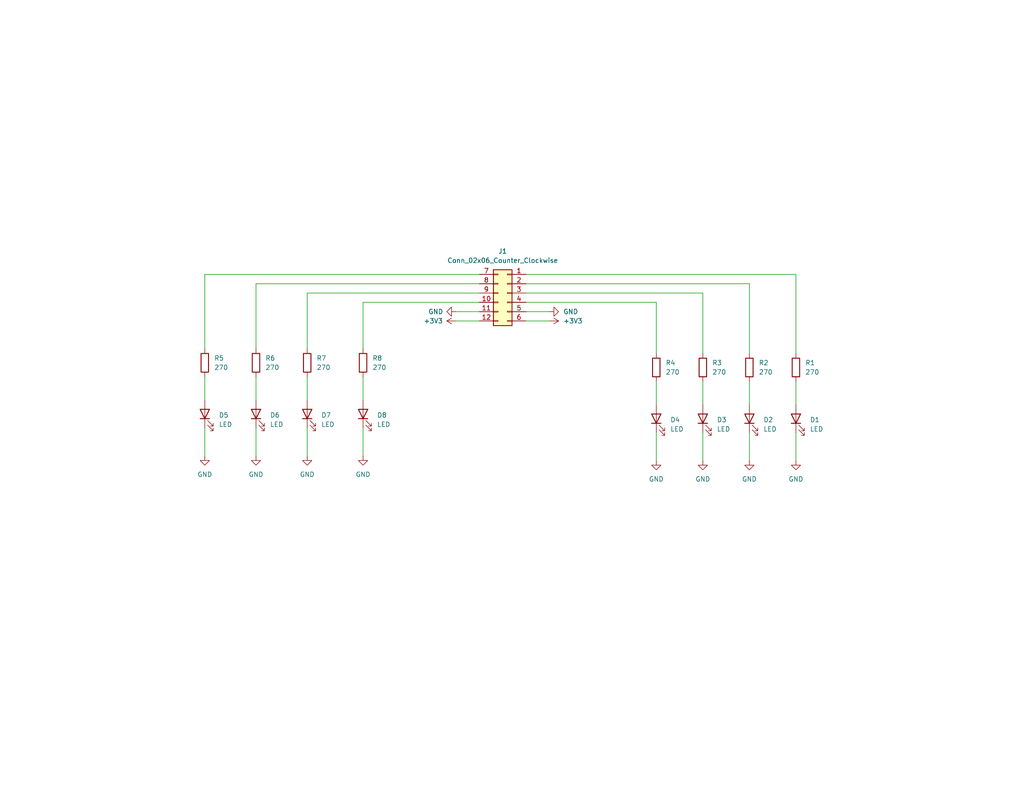
<source format=kicad_sch>
(kicad_sch (version 20211123) (generator eeschema)
  (paper "A")
  (lib_symbols
    (symbol "Connector_Generic:Conn_02x06_Counter_Clockwise" (pin_names (offset 1.016) hide)
      (property "Reference" "J?" (at -1.27 11.43 0))
      (property "Value" "Conn_02x06_Counter_Clockwise" (at -1.27 8.89 0))
      (symbol "Conn_02x06_Counter_Clockwise_1_1"
        (rectangle (start -1.27 -7.493) (end 0 -7.747) (stroke (width 0.1524)))
        (rectangle (start -1.27 -4.953) (end 0 -5.207) (stroke (width 0.1524)))
        (rectangle (start -1.27 -2.413) (end 0 -2.667) (stroke (width 0.1524)))
        (rectangle (start -1.27 0.127) (end 0 -0.127) (stroke (width 0.1524)))
        (rectangle (start -1.27 2.667) (end 0 2.413) (stroke (width 0.1524)))
        (rectangle (start -1.27 5.207) (end 0 4.953) (stroke (width 0.1524)))
        (rectangle (start -1.27 6.35) (end 3.81 -8.89) (stroke (width 0.254)) (fill (type background)))
        (rectangle (start 3.81 -7.493) (end 2.54 -7.747) (stroke (width 0.1524)))
        (rectangle (start 3.81 -4.953) (end 2.54 -5.207) (stroke (width 0.1524)))
        (rectangle (start 3.81 -2.413) (end 2.54 -2.667) (stroke (width 0.1524)))
        (rectangle (start 3.81 0.127) (end 2.54 -0.127) (stroke (width 0.1524)))
        (rectangle (start 3.81 2.667) (end 2.54 2.413) (stroke (width 0.1524)))
        (rectangle (start 3.81 5.207) (end 2.54 4.953) (stroke (width 0.1524)))
        (pin passive line (at -5.08 5.08 0) (length 3.81) (name "Pin_1") (number "1"))
        (pin passive line (at 7.62 -2.54 180) (length 3.81) (name "Pin_10") (number "10"))
        (pin passive line (at 7.62 -5.08 180) (length 3.81) (name "Pin_11") (number "11"))
        (pin passive line (at 7.62 -7.62 180) (length 3.81) (name "Pin_12") (number "12"))
        (pin passive line (at -5.08 2.54 0) (length 3.81) (name "Pin_2") (number "2"))
        (pin passive line (at -5.08 0 0) (length 3.81) (name "Pin_3") (number "3"))
        (pin passive line (at -5.08 -2.54 0) (length 3.81) (name "Pin_4") (number "4"))
        (pin passive line (at -5.08 -5.08 0) (length 3.81) (name "Pin_5") (number "5"))
        (pin passive line (at -5.08 -7.62 0) (length 3.81) (name "Pin_6") (number "6"))
        (pin passive line (at 7.62 5.08 180) (length 3.81) (name "Pin_7") (number "7"))
        (pin passive line (at 7.62 2.54 180) (length 3.81) (name "Pin_8") (number "8"))
        (pin passive line (at 7.62 0 180) (length 3.81) (name "Pin_9") (number "9"))
      )
    )
    (symbol "Device:LED" (pin_numbers hide) (pin_names (offset 1.016) hide)
      (property "Reference" "D" (at 0 2.54 0))
      (property "Value" "LED" (at 0 -2.54 0))
      (symbol "LED_0_1"
        (polyline (pts (xy -1.27 -1.27) (xy -1.27 1.27)) (stroke (width 0.254)))
        (polyline (pts (xy -1.27 0) (xy 1.27 0)))
        (polyline (pts (xy 1.27 -1.27) (xy 1.27 1.27) (xy -1.27 0) (xy 1.27 -1.27)) (stroke (width 0.254)))
        (polyline (pts (xy -3.048 -0.762) (xy -4.572 -2.286) (xy -3.81 -2.286) (xy -4.572 -2.286) (xy -4.572 -1.524)))
        (polyline (pts (xy -1.778 -0.762) (xy -3.302 -2.286) (xy -2.54 -2.286) (xy -3.302 -2.286) (xy -3.302 -1.524)))
      )
      (symbol "LED_1_1"
        (pin passive line (at -3.81 0 0) (length 2.54) (name "K") (number "1"))
        (pin passive line (at 3.81 0 180) (length 2.54) (name "A") (number "2"))
      )
    )
    (symbol "Device:R" (pin_numbers hide) (pin_names (offset 0))
      (property "Reference" "R" (at 2.032 0 90))
      (property "Value" "R" (at 0 0 90))
      (symbol "R_0_1"
        (rectangle (start -1.016 -2.54) (end 1.016 2.54) (stroke (width 0.254)))
      )
      (symbol "R_1_1"
        (pin passive line (at 0 3.81 270) (length 1.27) (name "~") (number "1"))
        (pin passive line (at 0 -3.81 90) (length 1.27) (name "~") (number "2"))
      )
    )
    (symbol "power:+3V3" (power) (pin_names (offset 0))
      (property "Value" "+3V3" (at 0 3.556 0))
      (symbol "+3V3_0_1"
        (polyline (pts (xy -0.762 1.27) (xy 0 2.54)))
        (polyline (pts (xy 0 0) (xy 0 2.54)))
        (polyline (pts (xy 0 2.54) (xy 0.762 1.27)))
      )
      (symbol "+3V3_1_1"
        (pin power_in line (at 0 0 90) (length 0) hide (name "+3V3") (number "1"))
      )
    )
    (symbol "power:GND" (power) (pin_names (offset 0))
      (property "Value" "GND" (at 0 -3.81 0))
      (symbol "GND_0_1"
        (polyline (pts (xy 0 0) (xy 0 -1.27) (xy 1.27 -1.27) (xy 0 -2.54) (xy -1.27 -1.27) (xy 0 -1.27)))
      )
      (symbol "GND_1_1"
        (pin power_in line (at 0 0 270) (length 0) hide (name "GND") (number "1"))
      )
    )
  )
  (wire (pts (xy 149.86 85.09) (xy 143.51 85.09)))
  (wire (pts (xy 130.81 77.47) (xy 69.85 77.47)))
  (wire (pts (xy 143.51 74.93) (xy 217.17 74.93)))
  (wire (pts (xy 217.17 74.93) (xy 217.17 96.52)))
  (wire (pts (xy 55.88 102.87) (xy 55.88 109.22)))
  (wire (pts (xy 99.06 102.87) (xy 99.06 109.22)))
  (wire (pts (xy 83.82 80.01) (xy 83.82 95.25)))
  (wire (pts (xy 69.85 116.84) (xy 69.85 124.46)))
  (wire (pts (xy 130.81 74.93) (xy 55.88 74.93)))
  (wire (pts (xy 83.82 116.84) (xy 83.82 124.46)))
  (wire (pts (xy 124.46 87.63) (xy 130.81 87.63)))
  (wire (pts (xy 83.82 102.87) (xy 83.82 109.22)))
  (wire (pts (xy 204.47 118.11) (xy 204.47 125.73)))
  (wire (pts (xy 191.77 104.14) (xy 191.77 110.49)))
  (wire (pts (xy 217.17 104.14) (xy 217.17 110.49)))
  (wire (pts (xy 143.51 80.01) (xy 191.77 80.01)))
  (wire (pts (xy 149.86 87.63) (xy 143.51 87.63)))
  (wire (pts (xy 124.46 85.09) (xy 130.81 85.09)))
  (wire (pts (xy 130.81 80.01) (xy 83.82 80.01)))
  (wire (pts (xy 191.77 80.01) (xy 191.77 96.52)))
  (wire (pts (xy 204.47 77.47) (xy 204.47 96.52)))
  (wire (pts (xy 217.17 118.11) (xy 217.17 125.73)))
  (wire (pts (xy 99.06 116.84) (xy 99.06 124.46)))
  (wire (pts (xy 179.07 82.55) (xy 179.07 96.52)))
  (wire (pts (xy 179.07 118.11) (xy 179.07 125.73)))
  (wire (pts (xy 191.77 118.11) (xy 191.77 125.73)))
  (wire (pts (xy 55.88 74.93) (xy 55.88 95.25)))
  (wire (pts (xy 55.88 116.84) (xy 55.88 124.46)))
  (wire (pts (xy 143.51 82.55) (xy 179.07 82.55)))
  (wire (pts (xy 179.07 104.14) (xy 179.07 110.49)))
  (wire (pts (xy 69.85 77.47) (xy 69.85 95.25)))
  (wire (pts (xy 69.85 102.87) (xy 69.85 109.22)))
  (wire (pts (xy 204.47 104.14) (xy 204.47 110.49)))
  (wire (pts (xy 143.51 77.47) (xy 204.47 77.47)))
  (wire (pts (xy 99.06 95.25) (xy 99.06 82.55)))
  (wire (pts (xy 99.06 82.55) (xy 130.81 82.55)))
  (symbol (lib_id "power:+3V3") (at 149.86 87.63 270) (unit 1)
    (property "Reference" "#PWR08" (effects hide))
    (property "Value" "+3V3" (at 153.67 87.6299 90) (effects (justify left)))
  )
  (symbol (lib_id "power:GND") (at 69.85 124.46 0) (unit 1)
    (property "Reference" "#PWR02" (effects hide))
    (property "Value" "GND" (at 69.85 129.54 0))
  )
  (symbol (lib_id "Device:LED") (at 99.06 113.03 90) (unit 1)
    (property "Reference" "D8" (at 102.87 113.3474 90) (effects (justify right)))
    (property "Value" "LED" (at 102.87 115.8874 90) (effects (justify right)))
    (property "Footprint" "LED_SMD:LED_0603_1608Metric" (effects hide))
    (property "Datasheet" "LTST-C190GKT" (effects hide))
  )
  (symbol (lib_id "Device:R") (at 179.07 100.33 0) (unit 1)
    (property "Reference" "R4" (at 181.61 99.0599 0) (effects (justify left)))
    (property "Value" "270" (at 181.61 101.5999 0) (effects (justify left)))
    (property "Footprint" "Resistor_SMD:R_0603_1608Metric" (effects hide))
  )
  (symbol (lib_id "power:GND") (at 217.17 125.73 0) (unit 1)
    (property "Reference" "#PWR012" (effects hide))
    (property "Value" "GND" (at 217.17 130.81 0))
  )
  (symbol (lib_id "power:GND") (at 55.88 124.46 0) (unit 1)
    (property "Reference" "#PWR01" (effects hide))
    (property "Value" "GND" (at 55.88 129.54 0))
  )
  (symbol (lib_id "Device:LED") (at 217.17 114.3 90) (unit 1)
    (property "Reference" "D1" (at 220.98 114.6174 90) (effects (justify right)))
    (property "Value" "LED" (at 220.98 117.1574 90) (effects (justify right)))
    (property "Footprint" "LED_SMD:LED_0603_1608Metric" (effects hide))
    (property "Datasheet" "LTST-C190GKT" (effects hide))
  )
  (symbol (lib_id "power:GND") (at 83.82 124.46 0) (unit 1)
    (property "Reference" "#PWR03" (effects hide))
    (property "Value" "GND" (at 83.82 129.54 0))
  )
  (symbol (lib_id "Device:LED") (at 191.77 114.3 90) (unit 1)
    (property "Reference" "D3" (at 195.58 114.6174 90) (effects (justify right)))
    (property "Value" "LED" (at 195.58 117.1574 90) (effects (justify right)))
    (property "Footprint" "LED_SMD:LED_0603_1608Metric" (effects hide))
    (property "Datasheet" "LTST-C190GKT" (effects hide))
  )
  (symbol (lib_id "Device:LED") (at 55.88 113.03 90) (unit 1)
    (property "Reference" "D5" (at 59.69 113.3474 90) (effects (justify right)))
    (property "Value" "LED" (at 59.69 115.8874 90) (effects (justify right)))
    (property "Footprint" "LED_SMD:LED_0603_1608Metric" (effects hide))
    (property "Datasheet" "LTST-C190GKT" (effects hide))
  )
  (symbol (lib_id "Connector_Generic:Conn_02x06_Counter_Clockwise") (at 138.43 80.01 0) (mirror y) (unit 1)
    (property "Reference" "J1" (at 137.16 68.58 0))
    (property "Value" "Conn_02x06_Counter_Clockwise" (at 137.16 71.12 0))
    (property "Footprint" "Connector_PinHeader_2.54mm:PinHeader_2x06_P2.54mm_Horizontal" (effects hide))
  )
  (symbol (lib_id "power:GND") (at 99.06 124.46 0) (unit 1)
    (property "Reference" "#PWR04" (effects hide))
    (property "Value" "GND" (at 99.06 129.54 0))
  )
  (symbol (lib_id "Device:LED") (at 179.07 114.3 90) (unit 1)
    (property "Reference" "D4" (at 182.88 114.6174 90) (effects (justify right)))
    (property "Value" "LED" (at 182.88 117.1574 90) (effects (justify right)))
    (property "Footprint" "LED_SMD:LED_0603_1608Metric" (effects hide))
    (property "Datasheet" "LTST-C190GKT" (effects hide))
  )
  (symbol (lib_id "power:GND") (at 124.46 85.09 270) (unit 1)
    (property "Reference" "#PWR05" (effects hide))
    (property "Value" "GND" (at 116.84 85.09 90) (effects (justify left)))
  )
  (symbol (lib_id "Device:R") (at 55.88 99.06 0) (unit 1)
    (property "Reference" "R5" (at 58.42 97.7899 0) (effects (justify left)))
    (property "Value" "270" (at 58.42 100.3299 0) (effects (justify left)))
    (property "Footprint" "Resistor_SMD:R_0603_1608Metric" (effects hide))
  )
  (symbol (lib_id "Device:LED") (at 69.85 113.03 90) (unit 1)
    (property "Reference" "D6" (at 73.66 113.3474 90) (effects (justify right)))
    (property "Value" "LED" (at 73.66 115.8874 90) (effects (justify right)))
    (property "Footprint" "LED_SMD:LED_0603_1608Metric" (effects hide))
    (property "Datasheet" "LTST-C190GKT" (effects hide))
  )
  (symbol (lib_id "Device:R") (at 191.77 100.33 0) (unit 1)
    (property "Reference" "R3" (at 194.31 99.0599 0) (effects (justify left)))
    (property "Value" "270" (at 194.31 101.5999 0) (effects (justify left)))
    (property "Footprint" "Resistor_SMD:R_0603_1608Metric" (effects hide))
  )
  (symbol (lib_id "Device:LED") (at 204.47 114.3 90) (unit 1)
    (property "Reference" "D2" (at 208.28 114.6174 90) (effects (justify right)))
    (property "Value" "LED" (at 208.28 117.1574 90) (effects (justify right)))
    (property "Footprint" "LED_SMD:LED_0603_1608Metric" (effects hide))
    (property "Datasheet" "LTST-C190GKT" (effects hide))
  )
  (symbol (lib_id "Device:LED") (at 83.82 113.03 90) (unit 1)
    (property "Reference" "D7" (at 87.63 113.3474 90) (effects (justify right)))
    (property "Value" "LED" (at 87.63 115.8874 90) (effects (justify right)))
    (property "Footprint" "LED_SMD:LED_0603_1608Metric" (effects hide))
    (property "Datasheet" "LTST-C190GKT" (effects hide))
  )
  (symbol (lib_id "power:GND") (at 204.47 125.73 0) (unit 1)
    (property "Reference" "#PWR011" (effects hide))
    (property "Value" "GND" (at 204.47 130.81 0))
  )
  (symbol (lib_id "Device:R") (at 217.17 100.33 0) (unit 1)
    (property "Reference" "R1" (at 219.71 99.0599 0) (effects (justify left)))
    (property "Value" "270" (at 219.71 101.5999 0) (effects (justify left)))
    (property "Footprint" "Resistor_SMD:R_0603_1608Metric" (effects hide))
  )
  (symbol (lib_id "power:+3V3") (at 124.46 87.63 90) (mirror x) (unit 1)
    (property "Reference" "#PWR06" (effects hide))
    (property "Value" "+3V3" (at 115.57 87.63 90) (effects (justify right)))
  )
  (symbol (lib_id "Device:R") (at 83.82 99.06 0) (unit 1)
    (property "Reference" "R7" (at 86.36 97.7899 0) (effects (justify left)))
    (property "Value" "270" (at 86.36 100.3299 0) (effects (justify left)))
    (property "Footprint" "Resistor_SMD:R_0603_1608Metric" (effects hide))
  )
  (symbol (lib_id "Device:R") (at 204.47 100.33 0) (unit 1)
    (property "Reference" "R2" (at 207.01 99.0599 0) (effects (justify left)))
    (property "Value" "270" (at 207.01 101.5999 0) (effects (justify left)))
    (property "Footprint" "Resistor_SMD:R_0603_1608Metric" (effects hide))
  )
  (symbol (lib_id "power:GND") (at 191.77 125.73 0) (unit 1)
    (property "Reference" "#PWR010" (effects hide))
    (property "Value" "GND" (at 191.77 130.81 0))
  )
  (symbol (lib_id "Device:R") (at 69.85 99.06 0) (unit 1)
    (property "Reference" "R6" (at 72.39 97.7899 0) (effects (justify left)))
    (property "Value" "270" (at 72.39 100.3299 0) (effects (justify left)))
    (property "Footprint" "Resistor_SMD:R_0603_1608Metric" (effects hide))
  )
  (symbol (lib_id "power:GND") (at 179.07 125.73 0) (unit 1)
    (property "Reference" "#PWR09" (effects hide))
    (property "Value" "GND" (at 179.07 130.81 0))
  )
  (symbol (lib_id "Device:R") (at 99.06 99.06 0) (unit 1)
    (property "Reference" "R8" (at 101.6 97.7899 0) (effects (justify left)))
    (property "Value" "270" (at 101.6 100.3299 0) (effects (justify left)))
    (property "Footprint" "Resistor_SMD:R_0603_1608Metric" (effects hide))
  )
  (symbol (lib_id "power:GND") (at 149.86 85.09 90) (unit 1)
    (property "Reference" "#PWR07" (effects hide))
    (property "Value" "GND" (at 153.67 85.0899 90) (effects (justify right)))
  )
)
</source>
